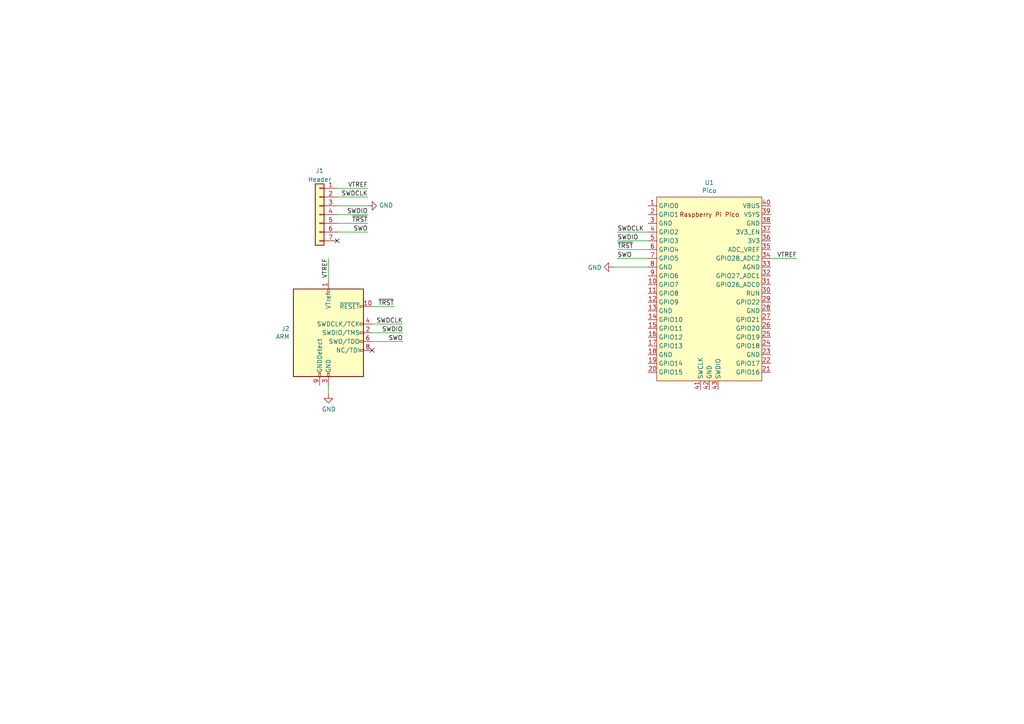
<source format=kicad_sch>
(kicad_sch (version 20230121) (generator eeschema)
  (paper "A4")
  (lib_symbols
    (symbol "Connector:Conn_ARM_JTAG_SWD_10" (pin_names (offset 1.016))
      (property "Reference" "J" (at -2.54 16.51 0))
      (property "Value" "Conn_ARM_JTAG_SWD_10" (at -2.54 13.97 0))
      (symbol "Conn_ARM_JTAG_SWD_10_0_1"
        (rectangle (start -10.16 12.7) (end 10.16 -12.7) (stroke (width 0.254)) (fill (type background)))
        (rectangle (start -2.794 -12.7) (end -2.286 -11.684))
        (rectangle (start -0.254 -12.7) (end 0.254 -11.684))
        (rectangle (start -0.254 12.7) (end 0.254 11.684))
        (rectangle (start 9.144 2.286) (end 10.16 2.794))
        (rectangle (start 10.16 -2.794) (end 9.144 -2.286))
        (rectangle (start 10.16 -0.254) (end 9.144 0.254))
        (rectangle (start 10.16 7.874) (end 9.144 7.366))
      )
      (symbol "Conn_ARM_JTAG_SWD_10_1_1"
        (rectangle (start 9.144 -5.334) (end 10.16 -4.826))
        (pin power_in line (at 0 15.24 270) (length 2.54) (name "VTref") (number "1"))
        (pin open_collector line (at 12.7 7.62 180) (length 2.54) (name "~{RESET}") (number "10"))
        (pin bidirectional line (at 12.7 0 180) (length 2.54) (name "SWDIO/TMS") (number "2"))
        (pin power_in line (at 0 -15.24 90) (length 2.54) (name "GND") (number "3"))
        (pin output line (at 12.7 2.54 180) (length 2.54) (name "SWDCLK/TCK") (number "4"))
        (pin passive line (at 0 -15.24 90) (length 2.54) hide (name "GND") (number "5"))
        (pin input line (at 12.7 -2.54 180) (length 2.54) (name "SWO/TDO") (number "6"))
        (pin no_connect line (at -10.16 0 0) (length 2.54) hide (name "KEY") (number "7"))
        (pin output line (at 12.7 -5.08 180) (length 2.54) (name "NC/TDI") (number "8"))
        (pin passive line (at -2.54 -15.24 90) (length 2.54) (name "GNDDetect") (number "9"))
      )
    )
    (symbol "Connector_Generic:Conn_01x07" (pin_names (offset 1.016) hide)
      (property "Reference" "J" (at 0 10.16 0))
      (property "Value" "Conn_01x07" (at 0 -10.16 0))
      (symbol "Conn_01x07_1_1"
        (rectangle (start -1.27 -7.493) (end 0 -7.747) (stroke (width 0.1524)))
        (rectangle (start -1.27 -4.953) (end 0 -5.207) (stroke (width 0.1524)))
        (rectangle (start -1.27 -2.413) (end 0 -2.667) (stroke (width 0.1524)))
        (rectangle (start -1.27 0.127) (end 0 -0.127) (stroke (width 0.1524)))
        (rectangle (start -1.27 2.667) (end 0 2.413) (stroke (width 0.1524)))
        (rectangle (start -1.27 5.207) (end 0 4.953) (stroke (width 0.1524)))
        (rectangle (start -1.27 7.747) (end 0 7.493) (stroke (width 0.1524)))
        (rectangle (start -1.27 8.89) (end 1.27 -8.89) (stroke (width 0.254)) (fill (type background)))
        (pin passive line (at -5.08 7.62 0) (length 3.81) (name "Pin_1") (number "1"))
        (pin passive line (at -5.08 5.08 0) (length 3.81) (name "Pin_2") (number "2"))
        (pin passive line (at -5.08 2.54 0) (length 3.81) (name "Pin_3") (number "3"))
        (pin passive line (at -5.08 0 0) (length 3.81) (name "Pin_4") (number "4"))
        (pin passive line (at -5.08 -2.54 0) (length 3.81) (name "Pin_5") (number "5"))
        (pin passive line (at -5.08 -5.08 0) (length 3.81) (name "Pin_6") (number "6"))
        (pin passive line (at -5.08 -7.62 0) (length 3.81) (name "Pin_7") (number "7"))
      )
    )
    (symbol "picoprobe-pcb-rescue:Pico-MCU_RaspberryPi_and_Boards"
      (property "Reference" "U" (at -13.97 27.94 0))
      (property "Value" "MCU_RaspberryPi_and_Boards_Pico" (at 0 19.05 0))
      (symbol "Pico-MCU_RaspberryPi_and_Boards_0_0"
        (text "Raspberry Pi Pico" (at 0 21.59 0) (effects (font (size 1.27 1.27))))
      )
      (symbol "Pico-MCU_RaspberryPi_and_Boards_0_1"
        (rectangle (start -15.24 26.67) (end 15.24 -26.67) (fill (type background)))
      )
      (symbol "Pico-MCU_RaspberryPi_and_Boards_1_1"
        (pin bidirectional line (at -17.78 24.13 0) (length 2.54) (name "GPIO0") (number "1"))
        (pin bidirectional line (at -17.78 1.27 0) (length 2.54) (name "GPIO7") (number "10"))
        (pin bidirectional line (at -17.78 -1.27 0) (length 2.54) (name "GPIO8") (number "11"))
        (pin bidirectional line (at -17.78 -3.81 0) (length 2.54) (name "GPIO9") (number "12"))
        (pin power_in line (at -17.78 -6.35 0) (length 2.54) (name "GND") (number "13"))
        (pin bidirectional line (at -17.78 -8.89 0) (length 2.54) (name "GPIO10") (number "14"))
        (pin bidirectional line (at -17.78 -11.43 0) (length 2.54) (name "GPIO11") (number "15"))
        (pin bidirectional line (at -17.78 -13.97 0) (length 2.54) (name "GPIO12") (number "16"))
        (pin bidirectional line (at -17.78 -16.51 0) (length 2.54) (name "GPIO13") (number "17"))
        (pin power_in line (at -17.78 -19.05 0) (length 2.54) (name "GND") (number "18"))
        (pin bidirectional line (at -17.78 -21.59 0) (length 2.54) (name "GPIO14") (number "19"))
        (pin bidirectional line (at -17.78 21.59 0) (length 2.54) (name "GPIO1") (number "2"))
        (pin bidirectional line (at -17.78 -24.13 0) (length 2.54) (name "GPIO15") (number "20"))
        (pin bidirectional line (at 17.78 -24.13 180) (length 2.54) (name "GPIO16") (number "21"))
        (pin bidirectional line (at 17.78 -21.59 180) (length 2.54) (name "GPIO17") (number "22"))
        (pin power_in line (at 17.78 -19.05 180) (length 2.54) (name "GND") (number "23"))
        (pin bidirectional line (at 17.78 -16.51 180) (length 2.54) (name "GPIO18") (number "24"))
        (pin bidirectional line (at 17.78 -13.97 180) (length 2.54) (name "GPIO19") (number "25"))
        (pin bidirectional line (at 17.78 -11.43 180) (length 2.54) (name "GPIO20") (number "26"))
        (pin bidirectional line (at 17.78 -8.89 180) (length 2.54) (name "GPIO21") (number "27"))
        (pin power_in line (at 17.78 -6.35 180) (length 2.54) (name "GND") (number "28"))
        (pin bidirectional line (at 17.78 -3.81 180) (length 2.54) (name "GPIO22") (number "29"))
        (pin power_in line (at -17.78 19.05 0) (length 2.54) (name "GND") (number "3"))
        (pin input line (at 17.78 -1.27 180) (length 2.54) (name "RUN") (number "30"))
        (pin bidirectional line (at 17.78 1.27 180) (length 2.54) (name "GPIO26_ADC0") (number "31"))
        (pin bidirectional line (at 17.78 3.81 180) (length 2.54) (name "GPIO27_ADC1") (number "32"))
        (pin power_in line (at 17.78 6.35 180) (length 2.54) (name "AGND") (number "33"))
        (pin bidirectional line (at 17.78 8.89 180) (length 2.54) (name "GPIO28_ADC2") (number "34"))
        (pin power_in line (at 17.78 11.43 180) (length 2.54) (name "ADC_VREF") (number "35"))
        (pin power_in line (at 17.78 13.97 180) (length 2.54) (name "3V3") (number "36"))
        (pin input line (at 17.78 16.51 180) (length 2.54) (name "3V3_EN") (number "37"))
        (pin bidirectional line (at 17.78 19.05 180) (length 2.54) (name "GND") (number "38"))
        (pin power_in line (at 17.78 21.59 180) (length 2.54) (name "VSYS") (number "39"))
        (pin bidirectional line (at -17.78 16.51 0) (length 2.54) (name "GPIO2") (number "4"))
        (pin power_in line (at 17.78 24.13 180) (length 2.54) (name "VBUS") (number "40"))
        (pin input line (at -2.54 -29.21 90) (length 2.54) (name "SWCLK") (number "41"))
        (pin power_in line (at 0 -29.21 90) (length 2.54) (name "GND") (number "42"))
        (pin bidirectional line (at 2.54 -29.21 90) (length 2.54) (name "SWDIO") (number "43"))
        (pin bidirectional line (at -17.78 13.97 0) (length 2.54) (name "GPIO3") (number "5"))
        (pin bidirectional line (at -17.78 11.43 0) (length 2.54) (name "GPIO4") (number "6"))
        (pin bidirectional line (at -17.78 8.89 0) (length 2.54) (name "GPIO5") (number "7"))
        (pin power_in line (at -17.78 6.35 0) (length 2.54) (name "GND") (number "8"))
        (pin bidirectional line (at -17.78 3.81 0) (length 2.54) (name "GPIO6") (number "9"))
      )
    )
    (symbol "power:GND" (power) (pin_names (offset 0))
      (property "Value" "GND" (at 0 -3.81 0))
      (symbol "GND_0_1"
        (polyline (pts (xy 0 0) (xy 0 -1.27) (xy 1.27 -1.27) (xy 0 -2.54) (xy -1.27 -1.27) (xy 0 -1.27)))
      )
      (symbol "GND_1_1"
        (pin power_in line (at 0 0 270) (length 0) hide (name "GND") (number "1"))
      )
    )
  )
  (no_connect (at 97.79 69.85))
  (no_connect (at 107.95 101.6))
  (wire (pts (xy 179.07 74.93) (xy 187.96 74.93)))
  (wire (pts (xy 179.07 72.39) (xy 187.96 72.39)))
  (wire (pts (xy 107.95 93.98) (xy 116.84 93.98)))
  (wire (pts (xy 179.07 67.31) (xy 187.96 67.31)))
  (wire (pts (xy 107.95 99.06) (xy 116.84 99.06)))
  (wire (pts (xy 97.79 57.15) (xy 106.68 57.15)))
  (wire (pts (xy 106.68 59.69) (xy 97.79 59.69)))
  (wire (pts (xy 97.79 64.77) (xy 106.68 64.77)))
  (wire (pts (xy 107.95 88.9) (xy 114.3 88.9)))
  (wire (pts (xy 97.79 62.23) (xy 106.68 62.23)))
  (wire (pts (xy 107.95 96.52) (xy 116.84 96.52)))
  (wire (pts (xy 177.8 77.47) (xy 187.96 77.47)))
  (wire (pts (xy 97.79 54.61) (xy 106.68 54.61)))
  (wire (pts (xy 223.52 74.93) (xy 231.14 74.93)))
  (wire (pts (xy 95.25 74.93) (xy 95.25 81.28)))
  (wire (pts (xy 179.07 69.85) (xy 187.96 69.85)))
  (wire (pts (xy 95.25 114.3) (xy 95.25 111.76)))
  (wire (pts (xy 97.79 67.31) (xy 106.68 67.31)))
  (label "~{TRST}" (at 114.3 88.9 180))
  (label "SWDCLK" (at 106.68 57.15 180))
  (label "SWDCLK" (at 116.84 93.98 180))
  (label "VTREF" (at 231.14 74.93 180))
  (label "SWDIO" (at 179.07 69.85 0))
  (label "SWO" (at 179.07 74.93 0))
  (label "VTREF" (at 95.25 74.93 270))
  (label "SWO" (at 106.68 67.31 180))
  (label "SWDIO" (at 116.84 96.52 180))
  (label "VTREF" (at 106.68 54.61 180))
  (label "~{TRST}" (at 106.68 64.77 180))
  (label "SWO" (at 116.84 99.06 180))
  (label "SWDIO" (at 106.68 62.23 180))
  (label "~{TRST}" (at 179.07 72.39 0))
  (label "SWDCLK" (at 179.07 67.31 0))
  (symbol (lib_id "picoprobe-pcb-rescue:Pico-MCU_RaspberryPi_and_Boards") (at 205.74 83.82 0) (unit 1)
    (property "Reference" "U1" (at 205.74 52.959 0))
    (property "Value" "Pico" (at 205.74 55.2704 0))
    (property "Footprint" "MCU_RaspberryPi_and_Boards:RPi_Pico_SMD_TH" (effects hide))
  )
  (symbol (lib_id "Connector:Conn_ARM_JTAG_SWD_10") (at 95.25 96.52 0) (unit 1)
    (property "Reference" "J2" (at 83.9978 95.3516 0) (effects (justify right)))
    (property "Value" "ARM" (at 83.9978 97.663 0) (effects (justify right)))
    (property "Footprint" "debug:ARM_10_PIN_SMT" (effects hide))
    (property "Datasheet" "http://infocenter.arm.com/help/topic/com.arm.doc.ddi0314h/DDI0314H_coresight_components_trm.pdf" (effects hide))
  )
  (symbol (lib_id "power:GND") (at 177.8 77.47 270) (unit 1)
    (property "Reference" "#PWR0101" (effects hide))
    (property "Value" "GND" (at 174.5488 77.597 90) (effects (justify right)))
  )
  (symbol (lib_id "power:GND") (at 95.25 114.3 0) (unit 1)
    (property "Reference" "#PWR0103" (effects hide))
    (property "Value" "GND" (at 95.377 118.6942 0))
  )
  (symbol (lib_id "Connector_Generic:Conn_01x07") (at 92.71 62.23 0) (mirror y) (unit 1)
    (property "Reference" "J1" (at 92.71 49.53 0))
    (property "Value" "Header" (at 92.71 52.07 0))
    (property "Footprint" "Connector_PinHeader_2.54mm:PinHeader_1x07_P2.54mm_Vertical" (effects hide))
  )
  (symbol (lib_id "power:GND") (at 106.68 59.69 90) (unit 1)
    (property "Reference" "#PWR0104" (effects hide))
    (property "Value" "GND" (at 109.9312 59.563 90) (effects (justify right)))
  )
)
</source>
